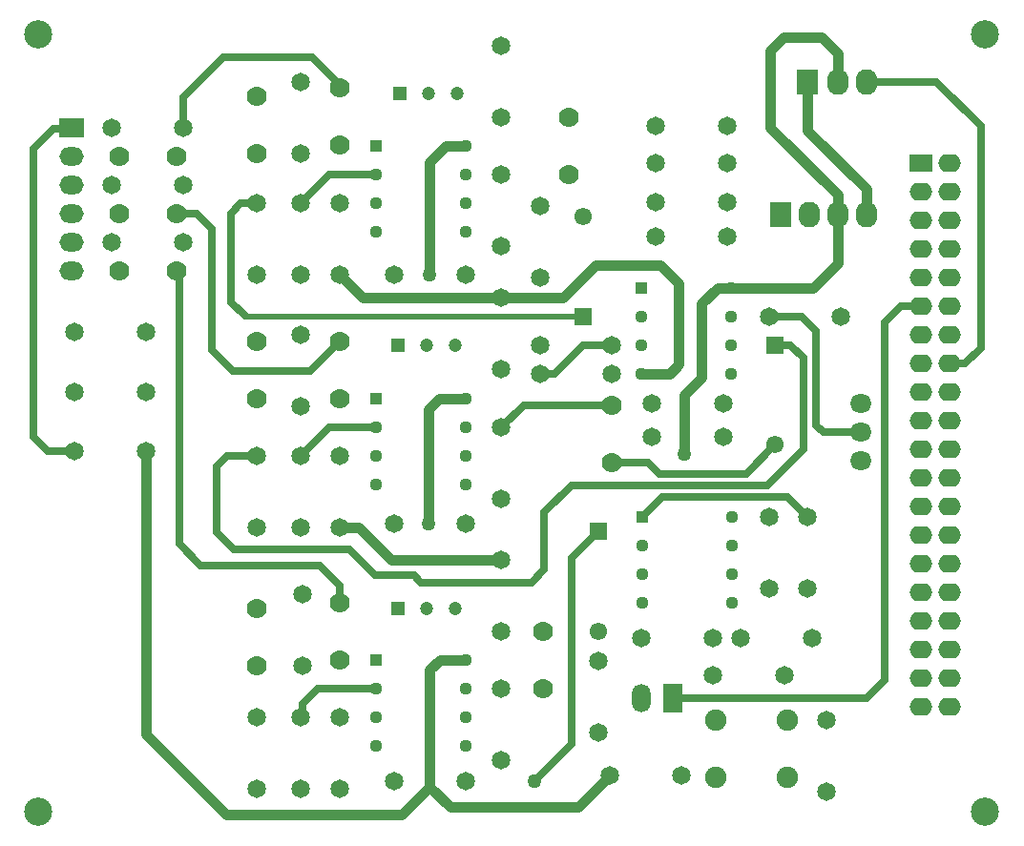
<source format=gbr>
%TF.GenerationSoftware,Altium Limited,Altium Designer,23.3.1 (30)*%
G04 Layer_Physical_Order=1*
G04 Layer_Color=255*
%FSLAX26Y26*%
%MOIN*%
%TF.SameCoordinates,8F501EFE-F143-482A-9327-88418F9FCBED*%
%TF.FilePolarity,Positive*%
%TF.FileFunction,Copper,L1,Top,Signal*%
%TF.Part,Single*%
G01*
G75*
%TA.AperFunction,Conductor*%
%ADD10C,0.035000*%
%ADD11C,0.025000*%
%ADD12C,0.020000*%
%TA.AperFunction,ComponentPad*%
%ADD13O,0.075000X0.090000*%
%ADD14R,0.075000X0.090000*%
%ADD15C,0.070000*%
%ADD16C,0.065000*%
%ADD17R,0.044488X0.044488*%
%ADD18C,0.044488*%
%ADD19O,0.065000X0.100000*%
%ADD20R,0.065000X0.100000*%
%ADD21C,0.075000*%
%ADD22O,0.075000X0.065000*%
%ADD23C,0.061024*%
%ADD24R,0.061024X0.061024*%
%ADD25R,0.047244X0.047244*%
%ADD26C,0.047244*%
%ADD27O,0.085000X0.065000*%
%ADD28R,0.085000X0.065000*%
%ADD29R,0.078740X0.062992*%
%ADD30O,0.078740X0.062992*%
%TA.AperFunction,ViaPad*%
%ADD31C,0.098425*%
%ADD32C,0.050000*%
D10*
X2910000Y2205000D02*
Y2275000D01*
X2675000Y2510000D02*
Y2780000D01*
Y2510000D02*
X2910000Y2275000D01*
Y2035000D02*
Y2205000D01*
X2435000Y1635000D02*
Y1895000D01*
X2490000Y1950000D02*
X2536299D01*
X2435000Y1895000D02*
X2490000Y1950000D01*
X1540000Y2445000D02*
X1611299D01*
X1238500Y1111500D02*
X1350000Y1000000D01*
X1170000Y1111500D02*
X1238500D01*
X1350000Y1000000D02*
X1735000D01*
X2375000Y1370000D02*
Y1575000D01*
X2435000Y1635000D01*
X2855000Y2825000D02*
X2910000Y2770000D01*
Y2670000D02*
Y2770000D01*
X2720000Y2825000D02*
X2855000D01*
X2675000Y2780000D02*
X2720000Y2825000D01*
X2805000Y2500000D02*
Y2670000D01*
Y2500000D02*
X3010000Y2295000D01*
X2355000Y1681568D02*
Y1965000D01*
X2290000Y2030000D02*
X2355000Y1965000D01*
X2323432Y1650000D02*
X2355000Y1681568D01*
X1480000Y1125000D02*
Y1525000D01*
X1516500Y1561500D01*
X1611299D01*
X1485000Y2390000D02*
X1540000Y2445000D01*
X1485000Y1995000D02*
Y2390000D01*
X1250000Y1915000D02*
X1735000D01*
X1170000Y1995000D02*
X1250000Y1915000D01*
X2005000Y135000D02*
X2115000Y245000D01*
X1556716Y135000D02*
X2005000D01*
X1485000Y206716D02*
X1556716Y135000D01*
X495000Y390000D02*
X775000Y110000D01*
X1388284D02*
X1485000Y206716D01*
X775000Y110000D02*
X1388284D01*
X495000Y390000D02*
Y1380000D01*
X2223701Y1650000D02*
X2323432D01*
X2065000Y2030000D02*
X2290000D01*
X1950000Y1915000D02*
X2065000Y2030000D01*
X1735000Y1915000D02*
X1950000D01*
X2536299Y1950000D02*
X2825000D01*
X2910000Y2035000D01*
X3010000Y2205000D02*
Y2295000D01*
X1485000Y206716D02*
Y615000D01*
X1520000Y650000D01*
X1611299D01*
D11*
X2910000Y2205000D02*
Y2207617D01*
X2665000Y1260000D02*
X2790000Y1385000D01*
X1885000Y1165000D02*
X1980000Y1260000D01*
X2665000D01*
X2228701Y1150000D02*
X2298701Y1220000D01*
X2735000D01*
X2805000Y1150000D01*
X1135000Y2345000D02*
X1298701D01*
X1035000Y2245000D02*
X1135000Y2345000D01*
X1035000Y2245000D02*
X1037500Y2242500D01*
X790000Y1900000D02*
Y2210000D01*
X825000Y2245000D02*
X880000D01*
X790000Y2210000D02*
X825000Y2245000D01*
X150000Y1380000D02*
X245000D01*
X100000Y1430000D02*
Y2435000D01*
Y1430000D02*
X150000Y1380000D01*
X100000Y2435000D02*
X169645Y2504645D01*
X229645D02*
X235000Y2510000D01*
X169645Y2504645D02*
X229645D01*
X3010000Y2670000D02*
X3255000D01*
X2589803Y1300000D02*
X2690000Y1400197D01*
X2287598Y1300000D02*
X2589803D01*
X2120000Y1340000D02*
X2247598D01*
X2287598Y1300000D01*
X1455000Y920000D02*
X1840000D01*
X1885000Y965000D01*
X1430000Y945000D02*
X1455000Y920000D01*
X1885000Y965000D02*
Y1165000D01*
X1850000Y225000D02*
X1980000Y355000D01*
Y1004606D02*
X2075000Y1099606D01*
X1980000Y355000D02*
Y1004606D01*
X1205000Y1035000D02*
X1295000Y945000D01*
X1430000D01*
X800000Y1035000D02*
X1205000D01*
X790000Y1900000D02*
X839606Y1850394D01*
X685000Y980000D02*
X1100000D01*
X740000Y1095000D02*
X800000Y1035000D01*
X1100000Y980000D02*
X1170000Y910000D01*
X610000Y1055000D02*
X685000Y980000D01*
X3255000Y2670000D02*
X3410000Y2515000D01*
Y1740000D02*
Y2515000D01*
X3355000Y1685000D02*
X3410000Y1740000D01*
X3300000Y1685000D02*
X3355000D01*
X3010000Y515000D02*
X3075000Y580000D01*
X2356201Y515000D02*
X3010000D01*
X3075000Y580000D02*
Y1830000D01*
X2333701Y485000D02*
Y492500D01*
X2356201Y515000D01*
X2735000Y440000D02*
Y450000D01*
X3075000Y1830000D02*
X3130000Y1885000D01*
X3200000D01*
X2870000Y190000D02*
X2878610Y198610D01*
X740000Y1095000D02*
Y1325000D01*
X776500Y1361500D01*
X610000Y1055000D02*
Y1973284D01*
X600000Y2010000D02*
X609567Y2000433D01*
Y1973717D02*
X610000Y1973284D01*
X609567Y1973717D02*
Y2000433D01*
X776500Y1361500D02*
X880000D01*
X2745197Y1749803D02*
X2790000Y1705000D01*
X2690000Y1749803D02*
X2745197D01*
X2790000Y1385000D02*
Y1705000D01*
X2835000Y1470000D02*
Y1800000D01*
X2670000Y1850000D02*
X2785000D01*
X2835000Y1800000D01*
Y1470000D02*
X2861000Y1444000D01*
X2950000D01*
X1813500Y1540000D02*
X2120000D01*
X1735000Y1461500D02*
X1813500Y1540000D01*
X1170000Y850000D02*
Y910000D01*
X1075000Y2755000D02*
X1170000Y2660000D01*
X625000Y2615000D02*
X765000Y2755000D01*
X1075000D01*
X625000Y2510000D02*
Y2615000D01*
X600000Y2210000D02*
X670000D01*
X725000Y2155000D01*
Y1731716D02*
Y2155000D01*
Y1731716D02*
X796716Y1660000D01*
X1068500D01*
X1170000Y1761500D01*
Y2650000D02*
Y2660000D01*
X1039194Y454194D02*
Y494194D01*
X1095000Y550000D02*
X1298701D01*
X1039194Y494194D02*
X1095000Y550000D01*
X1035000Y450000D02*
X1039194Y454194D01*
X1035000Y1361500D02*
X1135000Y1461500D01*
X1298701D01*
X1870000Y1650000D02*
X1920000D01*
X2020000Y1750000D02*
X2120000D01*
X1920000Y1650000D02*
X2020000Y1750000D01*
D12*
X839606Y1850394D02*
X840000Y1850000D01*
X2020000D01*
D13*
X3010000Y2670000D02*
D03*
X2910000D02*
D03*
X2810000Y2205000D02*
D03*
X2910000D02*
D03*
X3010000D02*
D03*
D14*
X2805000Y2670000D02*
D03*
X2710000Y2205000D02*
D03*
D15*
X2120000Y1340000D02*
D03*
Y1540000D02*
D03*
X880000Y1561500D02*
D03*
Y1761500D02*
D03*
X1170000Y650000D02*
D03*
Y850000D02*
D03*
X880000Y630000D02*
D03*
Y830000D02*
D03*
X1970000Y2545000D02*
D03*
Y2345000D02*
D03*
X1170000Y2450000D02*
D03*
Y2650000D02*
D03*
X880000Y2420000D02*
D03*
Y2620000D02*
D03*
X1170000Y1761500D02*
D03*
Y1561500D02*
D03*
X600000Y2010000D02*
D03*
X400000D02*
D03*
X600000Y2210000D02*
D03*
X400000D02*
D03*
X600000Y2410000D02*
D03*
X400000D02*
D03*
X1880000Y550000D02*
D03*
Y750000D02*
D03*
D16*
X1735000Y1915000D02*
D03*
Y1665000D02*
D03*
X880000Y1111500D02*
D03*
Y1361500D02*
D03*
X1035000Y1535000D02*
D03*
Y1785000D02*
D03*
Y200000D02*
D03*
Y450000D02*
D03*
X880000Y200000D02*
D03*
Y450000D02*
D03*
X1040000Y630000D02*
D03*
Y880000D02*
D03*
X1735000Y1000000D02*
D03*
Y750000D02*
D03*
Y550000D02*
D03*
Y300000D02*
D03*
X2723701Y595000D02*
D03*
X2473701D02*
D03*
X2223701Y725000D02*
D03*
X2473701D02*
D03*
X2075000Y645000D02*
D03*
Y395000D02*
D03*
X2365000Y245000D02*
D03*
X2115000D02*
D03*
X2870000Y440000D02*
D03*
Y190000D02*
D03*
X2670000Y1150000D02*
D03*
Y900000D02*
D03*
X2805000Y1150000D02*
D03*
Y900000D02*
D03*
X2525000Y2515000D02*
D03*
X2275000D02*
D03*
X2525000Y2385000D02*
D03*
X2275000D02*
D03*
Y2250000D02*
D03*
X2525000D02*
D03*
X2275000Y2130000D02*
D03*
X2525000D02*
D03*
X1870000Y2235000D02*
D03*
Y1985000D02*
D03*
X1735000Y2345000D02*
D03*
Y2095000D02*
D03*
X880000Y1995000D02*
D03*
Y2245000D02*
D03*
X1735000Y2795000D02*
D03*
Y2545000D02*
D03*
X2920000Y1850000D02*
D03*
X2670000D02*
D03*
X495000Y1380000D02*
D03*
X245000D02*
D03*
X1170000Y450000D02*
D03*
Y200000D02*
D03*
X2510000Y1430000D02*
D03*
X2260000D02*
D03*
X1035000Y1361500D02*
D03*
Y1111500D02*
D03*
X1361299Y1125000D02*
D03*
X1611299D02*
D03*
X2260000Y1545000D02*
D03*
X2510000D02*
D03*
X1870000Y1650000D02*
D03*
X2120000D02*
D03*
X1870000Y1750000D02*
D03*
X2120000D02*
D03*
X1170000Y1361500D02*
D03*
Y1111500D02*
D03*
X1035000Y2670000D02*
D03*
Y2420000D02*
D03*
X1361299Y1995000D02*
D03*
X1611299D02*
D03*
X1035000Y2245000D02*
D03*
Y1995000D02*
D03*
X1170000Y2245000D02*
D03*
Y1995000D02*
D03*
X375000Y2110000D02*
D03*
X625000D02*
D03*
X375000Y2310000D02*
D03*
X625000D02*
D03*
X375000Y2510000D02*
D03*
X625000D02*
D03*
X1735000Y1211500D02*
D03*
Y1461500D02*
D03*
X495000Y1585000D02*
D03*
X245000D02*
D03*
X1361299Y225000D02*
D03*
X1611299D02*
D03*
X495000Y1795000D02*
D03*
X245000D02*
D03*
X2820000Y725000D02*
D03*
X2570000D02*
D03*
D17*
X2228701Y1150000D02*
D03*
X2223701Y1950000D02*
D03*
X1298701Y650000D02*
D03*
Y1561500D02*
D03*
Y2445000D02*
D03*
D18*
X2228701Y1050000D02*
D03*
Y950000D02*
D03*
Y850000D02*
D03*
X2541299D02*
D03*
Y950000D02*
D03*
Y1050000D02*
D03*
Y1150000D02*
D03*
X2223701Y1850000D02*
D03*
Y1750000D02*
D03*
Y1650000D02*
D03*
X2536299D02*
D03*
Y1750000D02*
D03*
Y1850000D02*
D03*
Y1950000D02*
D03*
X1611299Y650000D02*
D03*
Y550000D02*
D03*
Y450000D02*
D03*
Y350000D02*
D03*
X1298701D02*
D03*
Y450000D02*
D03*
Y550000D02*
D03*
X1611299Y1561500D02*
D03*
Y1461500D02*
D03*
Y1361500D02*
D03*
Y1261500D02*
D03*
X1298701D02*
D03*
Y1361500D02*
D03*
Y1461500D02*
D03*
X1611299Y2445000D02*
D03*
Y2345000D02*
D03*
Y2245000D02*
D03*
Y2145000D02*
D03*
X1298701D02*
D03*
Y2245000D02*
D03*
Y2345000D02*
D03*
D19*
X2225000Y515000D02*
D03*
D20*
X2335000D02*
D03*
D21*
X2485000Y440000D02*
D03*
X2735000Y240000D02*
D03*
Y440000D02*
D03*
X2485000Y240000D02*
D03*
D22*
X2990000Y1346000D02*
D03*
Y1444000D02*
D03*
Y1545000D02*
D03*
D23*
X2690000Y1400197D02*
D03*
X2020000Y2199606D02*
D03*
X2075000Y750000D02*
D03*
D24*
X2690000Y1749803D02*
D03*
X2020000Y1850000D02*
D03*
X2075000Y1099606D02*
D03*
D25*
X1380000Y2630000D02*
D03*
X1375000Y830000D02*
D03*
Y1750000D02*
D03*
D26*
X1480000Y2630000D02*
D03*
X1580000D02*
D03*
X1575000Y830000D02*
D03*
X1475000D02*
D03*
X1575000Y1750000D02*
D03*
X1475000D02*
D03*
D27*
X235000Y2110000D02*
D03*
Y2410000D02*
D03*
Y2310000D02*
D03*
Y2210000D02*
D03*
Y2010000D02*
D03*
D28*
Y2510000D02*
D03*
D29*
X3200000Y2385000D02*
D03*
D30*
X3300000D02*
D03*
X3200000Y2285000D02*
D03*
X3300000D02*
D03*
X3200000Y2185000D02*
D03*
X3300000D02*
D03*
X3200000Y2085000D02*
D03*
X3300000D02*
D03*
X3200000Y1985000D02*
D03*
X3300000D02*
D03*
X3200000Y1885000D02*
D03*
X3300000D02*
D03*
X3200000Y1785000D02*
D03*
X3300000D02*
D03*
X3200000Y1685000D02*
D03*
X3300000D02*
D03*
X3200000Y1585000D02*
D03*
X3300000D02*
D03*
X3200000Y1485000D02*
D03*
X3300000D02*
D03*
X3200000Y1385000D02*
D03*
X3300000D02*
D03*
X3200000Y1285000D02*
D03*
X3300000D02*
D03*
X3200000Y1185000D02*
D03*
X3300000D02*
D03*
X3200000Y1085000D02*
D03*
X3300000D02*
D03*
X3200000Y985000D02*
D03*
X3300000D02*
D03*
X3200000Y885000D02*
D03*
X3300000D02*
D03*
X3200000Y785000D02*
D03*
X3300000D02*
D03*
X3200000Y685000D02*
D03*
X3300000D02*
D03*
X3200000Y585000D02*
D03*
X3300000D02*
D03*
X3200000Y485000D02*
D03*
X3300000D02*
D03*
D31*
X118110Y118110D02*
D03*
Y2834646D02*
D03*
X3425197D02*
D03*
Y118110D02*
D03*
D32*
X2375000Y1370000D02*
D03*
X1480000Y1125000D02*
D03*
X1485000Y1995000D02*
D03*
X1850000Y225000D02*
D03*
%TF.MD5,529873e4dd77f586f4b6a16712d3e884*%
M02*

</source>
